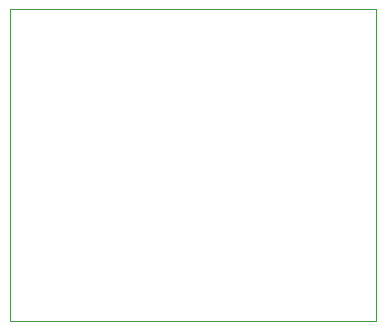
<source format=gko>
G04 #@! TF.FileFunction,Profile,NP*
%FSLAX46Y46*%
G04 Gerber Fmt 4.6, Leading zero omitted, Abs format (unit mm)*
G04 Created by KiCad (PCBNEW (2014-11-09 BZR 5259)-product) date Sat 15 Nov 2014 10:42:28 PM PST*
%MOMM*%
G01*
G04 APERTURE LIST*
%ADD10C,0.050000*%
%ADD11C,0.100000*%
G04 APERTURE END LIST*
D10*
D11*
X101600000Y-88392000D02*
X101600000Y-114808000D01*
X132588000Y-114808000D02*
X101600000Y-114808000D01*
X132588000Y-88392000D02*
X132588000Y-114808000D01*
X101600000Y-88392000D02*
X132588000Y-88392000D01*
M02*

</source>
